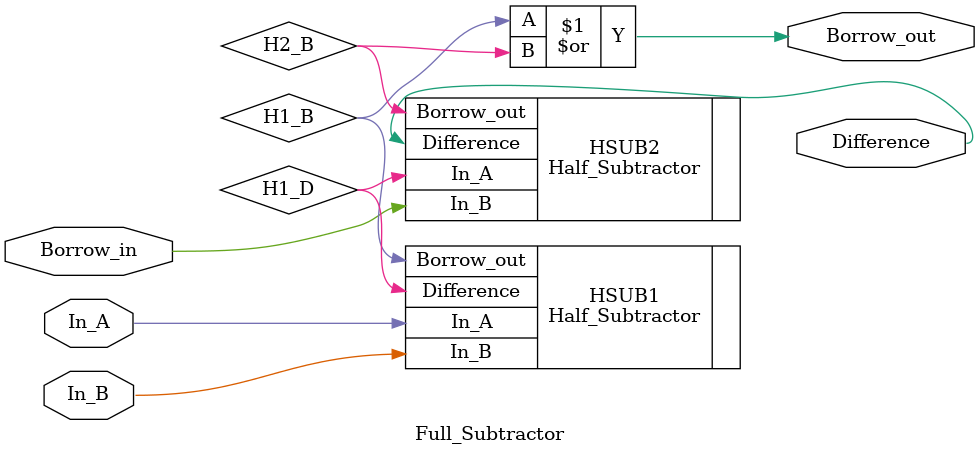
<source format=v>
`timescale 1ns / 1ps

module Full_Subtractor(
    In_A, In_B, Borrow_in, Difference, Borrow_out
    );
    input In_A, In_B, Borrow_in;
    output Difference, Borrow_out;
    
    // implement full subtractor circuit, your code starts from here.
    // use half subtractor in this module, fulfill I/O ports connection.
    wire H1_D, H1_B;
    Half_Subtractor HSUB1 (
        .In_A(In_A), 
        .In_B(In_B), 
        .Difference(H1_D), 
        .Borrow_out(H1_B)
    );
    wire H2_B;
    Half_Subtractor HSUB2 (
        .In_A(H1_D), 
        .In_B(Borrow_in), 
        .Difference(Difference), 
        .Borrow_out(H2_B)
    );
    or(Borrow_out, H1_B, H2_B);

endmodule

</source>
